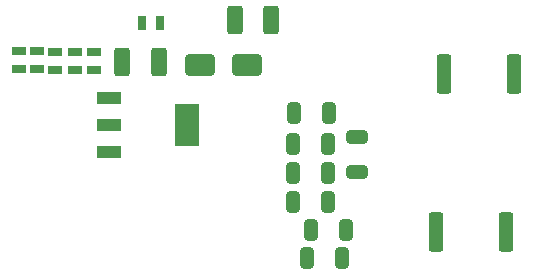
<source format=gbr>
%TF.GenerationSoftware,KiCad,Pcbnew,9.0.2*%
%TF.CreationDate,2025-10-22T09:47:40+03:00*%
%TF.ProjectId,aair_gimb_pcb,61616972-5f67-4696-9d62-5f7063622e6b,rev?*%
%TF.SameCoordinates,Original*%
%TF.FileFunction,Paste,Bot*%
%TF.FilePolarity,Positive*%
%FSLAX46Y46*%
G04 Gerber Fmt 4.6, Leading zero omitted, Abs format (unit mm)*
G04 Created by KiCad (PCBNEW 9.0.2) date 2025-10-22 09:47:40*
%MOMM*%
%LPD*%
G01*
G04 APERTURE LIST*
G04 Aperture macros list*
%AMRoundRect*
0 Rectangle with rounded corners*
0 $1 Rounding radius*
0 $2 $3 $4 $5 $6 $7 $8 $9 X,Y pos of 4 corners*
0 Add a 4 corners polygon primitive as box body*
4,1,4,$2,$3,$4,$5,$6,$7,$8,$9,$2,$3,0*
0 Add four circle primitives for the rounded corners*
1,1,$1+$1,$2,$3*
1,1,$1+$1,$4,$5*
1,1,$1+$1,$6,$7*
1,1,$1+$1,$8,$9*
0 Add four rect primitives between the rounded corners*
20,1,$1+$1,$2,$3,$4,$5,0*
20,1,$1+$1,$4,$5,$6,$7,0*
20,1,$1+$1,$6,$7,$8,$9,0*
20,1,$1+$1,$8,$9,$2,$3,0*%
G04 Aperture macros list end*
%ADD10RoundRect,0.250000X0.325000X0.650000X-0.325000X0.650000X-0.325000X-0.650000X0.325000X-0.650000X0*%
%ADD11RoundRect,0.250000X0.650000X-0.325000X0.650000X0.325000X-0.650000X0.325000X-0.650000X-0.325000X0*%
%ADD12R,0.635000X1.143000*%
%ADD13RoundRect,0.250000X0.362500X1.425000X-0.362500X1.425000X-0.362500X-1.425000X0.362500X-1.425000X0*%
%ADD14R,1.143000X0.635000*%
%ADD15RoundRect,0.250000X-1.000000X-0.650000X1.000000X-0.650000X1.000000X0.650000X-1.000000X0.650000X0*%
%ADD16RoundRect,0.250000X-0.420000X-0.945000X0.420000X-0.945000X0.420000X0.945000X-0.420000X0.945000X0*%
%ADD17R,2.032000X1.016000*%
%ADD18R,2.032000X3.657600*%
%ADD19RoundRect,0.250000X-0.325000X-0.650000X0.325000X-0.650000X0.325000X0.650000X-0.325000X0.650000X0*%
%ADD20RoundRect,0.250000X0.420000X0.945000X-0.420000X0.945000X-0.420000X-0.945000X0.420000X-0.945000X0*%
G04 APERTURE END LIST*
D10*
%TO.C,C33*%
X171575000Y-82750000D03*
X168625000Y-82750000D03*
%TD*%
D11*
%TO.C,C36*%
X174000000Y-80150000D03*
X174000000Y-77200000D03*
%TD*%
D12*
%TO.C,C29*%
X157350000Y-67550000D03*
X155826000Y-67550000D03*
%TD*%
D13*
%TO.C,R28*%
X186662500Y-85250000D03*
X180737500Y-85250000D03*
%TD*%
D14*
%TO.C,C16*%
X145450000Y-69950000D03*
X145450000Y-71474000D03*
%TD*%
D15*
%TO.C,D1*%
X160750000Y-71150000D03*
X164750000Y-71150000D03*
%TD*%
D16*
%TO.C,C22*%
X163660000Y-67350000D03*
X166740000Y-67350000D03*
%TD*%
D14*
%TO.C,C13*%
X150150000Y-70012000D03*
X150150000Y-71536000D03*
%TD*%
D17*
%TO.C,U3*%
X152996000Y-78486000D03*
X152996000Y-76200000D03*
D18*
X159600000Y-76200000D03*
D17*
X152996000Y-73914000D03*
%TD*%
D10*
%TO.C,C31*%
X171575000Y-77850000D03*
X168625000Y-77850000D03*
%TD*%
%TO.C,C35*%
X172725000Y-87450000D03*
X169775000Y-87450000D03*
%TD*%
D19*
%TO.C,C27*%
X168675000Y-75200000D03*
X171625000Y-75200000D03*
%TD*%
D14*
%TO.C,C14*%
X146950000Y-69950000D03*
X146950000Y-71474000D03*
%TD*%
D20*
%TO.C,C30*%
X157250000Y-70850000D03*
X154170000Y-70850000D03*
%TD*%
D13*
%TO.C,R27*%
X187312500Y-71900000D03*
X181387500Y-71900000D03*
%TD*%
D14*
%TO.C,C28*%
X148500000Y-70000000D03*
X148500000Y-71524000D03*
%TD*%
%TO.C,C15*%
X151750000Y-70038000D03*
X151750000Y-71562000D03*
%TD*%
D10*
%TO.C,C34*%
X173075000Y-85100000D03*
X170125000Y-85100000D03*
%TD*%
%TO.C,C32*%
X171575000Y-80300000D03*
X168625000Y-80300000D03*
%TD*%
M02*

</source>
